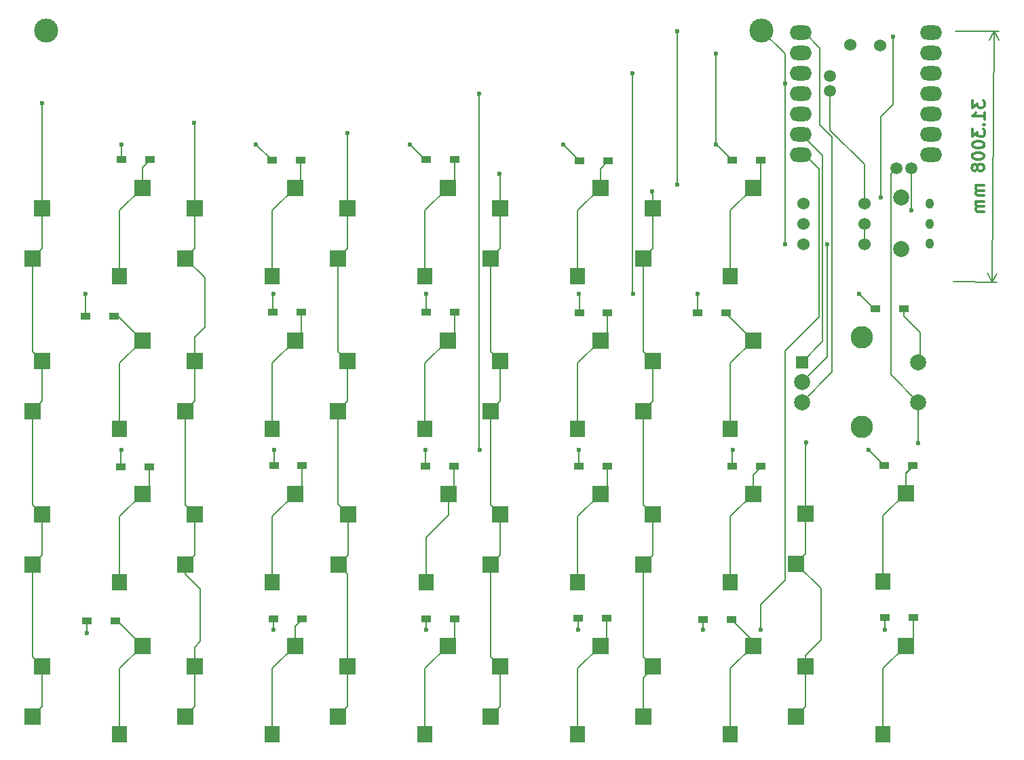
<source format=gbr>
%TF.GenerationSoftware,KiCad,Pcbnew,8.0.7*%
%TF.CreationDate,2025-03-26T10:06:04+09:00*%
%TF.ProjectId,cool642tb_L_v130,636f6f6c-3634-4327-9462-5f4c5f763133,rev?*%
%TF.SameCoordinates,Original*%
%TF.FileFunction,Copper,L2,Bot*%
%TF.FilePolarity,Positive*%
%FSLAX46Y46*%
G04 Gerber Fmt 4.6, Leading zero omitted, Abs format (unit mm)*
G04 Created by KiCad (PCBNEW 8.0.7) date 2025-03-26 10:06:04*
%MOMM*%
%LPD*%
G01*
G04 APERTURE LIST*
%ADD10C,0.300000*%
%TA.AperFunction,NonConductor*%
%ADD11C,0.300000*%
%TD*%
%TA.AperFunction,NonConductor*%
%ADD12C,0.200000*%
%TD*%
%TA.AperFunction,ComponentPad*%
%ADD13O,2.750000X1.800000*%
%TD*%
%TA.AperFunction,ComponentPad*%
%ADD14C,1.500000*%
%TD*%
%TA.AperFunction,ComponentPad*%
%ADD15C,1.524000*%
%TD*%
%TA.AperFunction,ComponentPad*%
%ADD16C,2.000000*%
%TD*%
%TA.AperFunction,SMDPad,CuDef*%
%ADD17R,2.000000X2.000000*%
%TD*%
%TA.AperFunction,SMDPad,CuDef*%
%ADD18R,1.900000X2.000000*%
%TD*%
%TA.AperFunction,SMDPad,CuDef*%
%ADD19R,1.300000X0.950000*%
%TD*%
%TA.AperFunction,ComponentPad*%
%ADD20C,3.000000*%
%TD*%
%TA.AperFunction,ComponentPad*%
%ADD21R,1.500000X1.500000*%
%TD*%
%TA.AperFunction,ComponentPad*%
%ADD22C,2.800000*%
%TD*%
%TA.AperFunction,ComponentPad*%
%ADD23O,1.000000X1.300000*%
%TD*%
%TA.AperFunction,ViaPad*%
%ADD24C,0.600000*%
%TD*%
%TA.AperFunction,Conductor*%
%ADD25C,0.200000*%
%TD*%
G04 APERTURE END LIST*
D10*
D11*
X109200871Y15980624D02*
X109194345Y15052076D01*
X109194345Y15052076D02*
X109769274Y15548047D01*
X109769274Y15548047D02*
X109767768Y15333766D01*
X109767768Y15333766D02*
X109838190Y15190411D01*
X109838190Y15190411D02*
X109909115Y15118482D01*
X109909115Y15118482D02*
X110051467Y15046051D01*
X110051467Y15046051D02*
X110408601Y15043541D01*
X110408601Y15043541D02*
X110551956Y15113964D01*
X110551956Y15113964D02*
X110623885Y15184888D01*
X110623885Y15184888D02*
X110696316Y15327240D01*
X110696316Y15327240D02*
X110699328Y15755801D01*
X110699328Y15755801D02*
X110628906Y15899156D01*
X110628906Y15899156D02*
X110557981Y15971085D01*
X110684267Y13612997D02*
X110690291Y14470119D01*
X110687279Y14041558D02*
X109187316Y14052101D01*
X109187316Y14052101D02*
X109402601Y14193448D01*
X109402601Y14193448D02*
X109546459Y14335298D01*
X109546459Y14335298D02*
X109618889Y14477649D01*
X110536895Y12971160D02*
X110607820Y12899231D01*
X110607820Y12899231D02*
X110679749Y12970156D01*
X110679749Y12970156D02*
X110608824Y13042085D01*
X110608824Y13042085D02*
X110536895Y12971160D01*
X110536895Y12971160D02*
X110679749Y12970156D01*
X109175769Y12409284D02*
X109169243Y11480736D01*
X109169243Y11480736D02*
X109744172Y11976707D01*
X109744172Y11976707D02*
X109742665Y11762427D01*
X109742665Y11762427D02*
X109813088Y11619071D01*
X109813088Y11619071D02*
X109884013Y11547142D01*
X109884013Y11547142D02*
X110026364Y11474711D01*
X110026364Y11474711D02*
X110383499Y11472201D01*
X110383499Y11472201D02*
X110526854Y11542624D01*
X110526854Y11542624D02*
X110598783Y11613549D01*
X110598783Y11613549D02*
X110671214Y11755900D01*
X110671214Y11755900D02*
X110674226Y12184461D01*
X110674226Y12184461D02*
X110603803Y12327817D01*
X110603803Y12327817D02*
X110532879Y12399745D01*
X109162716Y10552188D02*
X109161712Y10409334D01*
X109161712Y10409334D02*
X109232135Y10265978D01*
X109232135Y10265978D02*
X109303060Y10194050D01*
X109303060Y10194050D02*
X109445411Y10121619D01*
X109445411Y10121619D02*
X109730616Y10048184D01*
X109730616Y10048184D02*
X110087750Y10045674D01*
X110087750Y10045674D02*
X110373960Y10115092D01*
X110373960Y10115092D02*
X110517315Y10185515D01*
X110517315Y10185515D02*
X110589244Y10256440D01*
X110589244Y10256440D02*
X110661675Y10398791D01*
X110661675Y10398791D02*
X110662679Y10541645D01*
X110662679Y10541645D02*
X110592256Y10685001D01*
X110592256Y10685001D02*
X110521332Y10756929D01*
X110521332Y10756929D02*
X110378980Y10829360D01*
X110378980Y10829360D02*
X110093775Y10902795D01*
X110093775Y10902795D02*
X109736641Y10905305D01*
X109736641Y10905305D02*
X109450432Y10835887D01*
X109450432Y10835887D02*
X109307076Y10765464D01*
X109307076Y10765464D02*
X109235147Y10694539D01*
X109235147Y10694539D02*
X109162716Y10552188D01*
X109152675Y9123652D02*
X109151671Y8980798D01*
X109151671Y8980798D02*
X109222094Y8837443D01*
X109222094Y8837443D02*
X109293019Y8765514D01*
X109293019Y8765514D02*
X109435370Y8693083D01*
X109435370Y8693083D02*
X109720576Y8619648D01*
X109720576Y8619648D02*
X110077710Y8617138D01*
X110077710Y8617138D02*
X110363919Y8686556D01*
X110363919Y8686556D02*
X110507275Y8756979D01*
X110507275Y8756979D02*
X110579203Y8827904D01*
X110579203Y8827904D02*
X110651634Y8970256D01*
X110651634Y8970256D02*
X110652638Y9113109D01*
X110652638Y9113109D02*
X110582216Y9256465D01*
X110582216Y9256465D02*
X110511291Y9328394D01*
X110511291Y9328394D02*
X110368939Y9400825D01*
X110368939Y9400825D02*
X110083734Y9474260D01*
X110083734Y9474260D02*
X109726600Y9476770D01*
X109726600Y9476770D02*
X109440391Y9407351D01*
X109440391Y9407351D02*
X109297035Y9336928D01*
X109297035Y9336928D02*
X109225106Y9266004D01*
X109225106Y9266004D02*
X109152675Y9123652D01*
X109785978Y7762025D02*
X109715555Y7905380D01*
X109715555Y7905380D02*
X109644630Y7977309D01*
X109644630Y7977309D02*
X109502279Y8049740D01*
X109502279Y8049740D02*
X109430852Y8050242D01*
X109430852Y8050242D02*
X109287496Y7979819D01*
X109287496Y7979819D02*
X109215568Y7908895D01*
X109215568Y7908895D02*
X109143137Y7766543D01*
X109143137Y7766543D02*
X109141128Y7480836D01*
X109141128Y7480836D02*
X109211551Y7337480D01*
X109211551Y7337480D02*
X109282476Y7265551D01*
X109282476Y7265551D02*
X109424828Y7193120D01*
X109424828Y7193120D02*
X109496254Y7192618D01*
X109496254Y7192618D02*
X109639610Y7263041D01*
X109639610Y7263041D02*
X109711539Y7333966D01*
X109711539Y7333966D02*
X109783970Y7476318D01*
X109783970Y7476318D02*
X109785978Y7762025D01*
X109785978Y7762025D02*
X109858409Y7904376D01*
X109858409Y7904376D02*
X109930338Y7975301D01*
X109930338Y7975301D02*
X110073693Y8045724D01*
X110073693Y8045724D02*
X110359401Y8043716D01*
X110359401Y8043716D02*
X110501752Y7971285D01*
X110501752Y7971285D02*
X110572677Y7899356D01*
X110572677Y7899356D02*
X110643100Y7756000D01*
X110643100Y7756000D02*
X110641091Y7470293D01*
X110641091Y7470293D02*
X110568661Y7327941D01*
X110568661Y7327941D02*
X110496732Y7257017D01*
X110496732Y7257017D02*
X110353376Y7186594D01*
X110353376Y7186594D02*
X110067669Y7188602D01*
X110067669Y7188602D02*
X109925317Y7261033D01*
X109925317Y7261033D02*
X109854392Y7332962D01*
X109854392Y7332962D02*
X109783970Y7476318D01*
X110626532Y5398916D02*
X109626557Y5405945D01*
X109769411Y5404941D02*
X109697482Y5334016D01*
X109697482Y5334016D02*
X109625051Y5191664D01*
X109625051Y5191664D02*
X109623545Y4977384D01*
X109623545Y4977384D02*
X109693967Y4834028D01*
X109693967Y4834028D02*
X109836319Y4761597D01*
X109836319Y4761597D02*
X110622014Y4756075D01*
X109836319Y4761597D02*
X109692963Y4691175D01*
X109692963Y4691175D02*
X109620532Y4548823D01*
X109620532Y4548823D02*
X109619026Y4334543D01*
X109619026Y4334543D02*
X109689449Y4191187D01*
X109689449Y4191187D02*
X109831801Y4118756D01*
X109831801Y4118756D02*
X110617496Y4113234D01*
X110612475Y3398966D02*
X109612500Y3405994D01*
X109755353Y3404990D02*
X109683425Y3334065D01*
X109683425Y3334065D02*
X109610994Y3191714D01*
X109610994Y3191714D02*
X109609488Y2977433D01*
X109609488Y2977433D02*
X109679910Y2834078D01*
X109679910Y2834078D02*
X109822262Y2761647D01*
X109822262Y2761647D02*
X110607957Y2756124D01*
X109822262Y2761647D02*
X109678906Y2691224D01*
X109678906Y2691224D02*
X109606475Y2548872D01*
X109606475Y2548872D02*
X109604969Y2334592D01*
X109604969Y2334592D02*
X109675392Y2191236D01*
X109675392Y2191236D02*
X109817743Y2118806D01*
X109817743Y2118806D02*
X110603438Y2113283D01*
D12*
X107029988Y24646486D02*
X112469685Y24608252D01*
X106809988Y-6653514D02*
X112249685Y-6691748D01*
X111883279Y24612373D02*
X111663279Y-6687627D01*
X111883279Y24612373D02*
X111663279Y-6687627D01*
X111883279Y24612373D02*
X112461768Y23481775D01*
X111883279Y24612373D02*
X111288955Y23490019D01*
X111663279Y-6687627D02*
X111084790Y-5557029D01*
X111663279Y-6687627D02*
X112257603Y-5565273D01*
D13*
%TO.P,U1,1,P0.02_A0_D0*%
%TO.N,RE_B*%
X87740000Y24450000D03*
%TO.P,U1,2,P0.03_A1_D1*%
%TO.N,Row0*%
X87740000Y21910000D03*
%TO.P,U1,3,P0.28_A2_D2*%
%TO.N,Row1*%
X87740000Y19370000D03*
%TO.P,U1,4,P0.29_A3_D3*%
%TO.N,Row2*%
X87740000Y16830000D03*
%TO.P,U1,5,P0.04_A4_D4_SDA*%
%TO.N,unconnected-(U1-P0.04_A4_D4_SDA-Pad5)*%
X87740000Y14290000D03*
%TO.P,U1,6,P0.05_A5_D5_SCL*%
%TO.N,RE_A1*%
X87740000Y11750000D03*
%TO.P,U1,7,P1.11_D6_TX*%
%TO.N,Row3*%
X87740000Y9210000D03*
%TO.P,U1,8,P1.12_D7_RX*%
%TO.N,Col3*%
X103980000Y9210000D03*
%TO.P,U1,9,P1.13_D8_SCK*%
%TO.N,Col2*%
X103980000Y11750000D03*
%TO.P,U1,10,P1.14_D9_MISO*%
%TO.N,Col1*%
X103980000Y14290000D03*
%TO.P,U1,11,P1.15_D10_MOSI*%
%TO.N,Col0*%
X103980000Y16830000D03*
%TO.P,U1,12,3V3*%
%TO.N,unconnected-(U1-3V3-Pad12)*%
X103980000Y19370000D03*
%TO.P,U1,13,GND*%
%TO.N,GND*%
X103980000Y21910000D03*
%TO.P,U1,14,5V*%
%TO.N,VCC*%
X103980000Y24450000D03*
D14*
%TO.P,U1,15,NFC1_0.09*%
%TO.N,Col5*%
X99695400Y7518000D03*
%TO.P,U1,16,NFC2_0.10*%
%TO.N,Col4*%
X101575000Y7518000D03*
%TO.P,U1,20,BATT+*%
%TO.N,Bat*%
X91415000Y17147000D03*
%TO.P,U1,21,BATT-*%
%TO.N,GND*%
X91415000Y19052000D03*
D15*
%TO.P,U1,22,RST*%
%TO.N,RST*%
X93980000Y22900000D03*
%TO.P,U1,23,GND*%
%TO.N,GND*%
X97700000Y22840000D03*
%TD*%
D16*
%TO.P,SW25,1,1*%
%TO.N,RST*%
X100270000Y3910000D03*
%TO.P,SW25,2,2*%
%TO.N,GND*%
X100270000Y-2590000D03*
%TD*%
D17*
%TO.P,SW14,1,1*%
%TO.N,Col3*%
X49050000Y-22750000D03*
X50250000Y-16510000D03*
D18*
%TO.P,SW14,2,2*%
%TO.N,Net-(D14-A)*%
X59950000Y-24950000D03*
D17*
X62750000Y-13970000D03*
%TD*%
D19*
%TO.P,D3,1,K*%
%TO.N,Row2*%
X2925000Y-29720000D03*
%TO.P,D3,2,A*%
%TO.N,Net-(D3-A)*%
X6475000Y-29720000D03*
%TD*%
D20*
%TO.P,B1,1,+*%
%TO.N,Net-(B1-+)*%
X-6400000Y24710000D03*
%TO.P,B1,2,-*%
%TO.N,GND*%
X82870000Y24750000D03*
%TD*%
D17*
%TO.P,SW18,1,1*%
%TO.N,Col4*%
X68100000Y-22750000D03*
X69300000Y-16510000D03*
D18*
%TO.P,SW18,2,2*%
%TO.N,Net-(D18-A)*%
X79000000Y-24950000D03*
D17*
X81800000Y-13970000D03*
%TD*%
D19*
%TO.P,D13,1,K*%
%TO.N,Row0*%
X60205000Y8480000D03*
%TO.P,D13,2,A*%
%TO.N,Net-(D13-A)*%
X63755000Y8480000D03*
%TD*%
D15*
%TO.P,U3,1,IN*%
%TO.N,Net-(B1-+)*%
X88090000Y3110000D03*
%TO.P,U3,2,EN*%
%TO.N,Net-(SW24-B)*%
X88090000Y570000D03*
%TO.P,U3,3,GND*%
%TO.N,GND*%
X88090000Y-1970000D03*
%TO.P,U3,4,OUT*%
%TO.N,Bat*%
X95700000Y3130000D03*
%TO.P,U3,5,GND*%
%TO.N,GND*%
X95700000Y570000D03*
X95700000Y-1970000D03*
%TD*%
D17*
%TO.P,SW12,1,1*%
%TO.N,Col2*%
X30000000Y-60850000D03*
X31200000Y-54610000D03*
D18*
%TO.P,SW12,2,2*%
%TO.N,Net-(D12-A)*%
X40900000Y-63050000D03*
D17*
X43700000Y-52070000D03*
%TD*%
%TO.P,SW23,1,1*%
%TO.N,Col5*%
X87150000Y-60850000D03*
X88350000Y-54610000D03*
D18*
%TO.P,SW23,2,2*%
%TO.N,Net-(D23-A)*%
X98050000Y-63050000D03*
D17*
X100850000Y-52070000D03*
%TD*%
D19*
%TO.P,D10,1,K*%
%TO.N,Row1*%
X41035000Y-10420000D03*
%TO.P,D10,2,A*%
%TO.N,Net-(D10-A)*%
X44585000Y-10420000D03*
%TD*%
%TO.P,D19,1,K*%
%TO.N,Row2*%
X79225000Y-29630000D03*
%TO.P,D19,2,A*%
%TO.N,Net-(D19-A)*%
X82775000Y-29630000D03*
%TD*%
%TO.P,D16,1,K*%
%TO.N,Row3*%
X59995000Y-48600000D03*
%TO.P,D16,2,A*%
%TO.N,Net-(D16-A)*%
X63545000Y-48600000D03*
%TD*%
D17*
%TO.P,SW19,1,1*%
%TO.N,Col4*%
X68100000Y-41900000D03*
X69300000Y-35660000D03*
D18*
%TO.P,SW19,2,2*%
%TO.N,Net-(D19-A)*%
X79000000Y-44100000D03*
D17*
X81800000Y-33120000D03*
%TD*%
%TO.P,SW1,1,1*%
%TO.N,Col0*%
X-8100000Y-3700000D03*
X-6900000Y2540000D03*
D18*
%TO.P,SW1,2,2*%
%TO.N,Net-(D1-A)*%
X2800000Y-5900000D03*
D17*
X5600000Y5080000D03*
%TD*%
%TO.P,SW13,1,1*%
%TO.N,Col3*%
X49050000Y-3700000D03*
X50250000Y2540000D03*
D18*
%TO.P,SW13,2,2*%
%TO.N,Net-(D13-A)*%
X59950000Y-5900000D03*
D17*
X62750000Y5080000D03*
%TD*%
D19*
%TO.P,D7,1,K*%
%TO.N,Row2*%
X22025000Y-29570000D03*
%TO.P,D7,2,A*%
%TO.N,Net-(D7-A)*%
X25575000Y-29570000D03*
%TD*%
%TO.P,D21,1,K*%
%TO.N,Row1*%
X97060000Y-10040000D03*
%TO.P,D21,2,A*%
%TO.N,Net-(D21-A)*%
X100610000Y-10040000D03*
%TD*%
D17*
%TO.P,SW10,1,1*%
%TO.N,Col2*%
X30000000Y-22750000D03*
X31200000Y-16510000D03*
D18*
%TO.P,SW10,2,2*%
%TO.N,Net-(D10-A)*%
X40900000Y-24950000D03*
D17*
X43700000Y-13970000D03*
%TD*%
D19*
%TO.P,D14,1,K*%
%TO.N,Row1*%
X60125000Y-10490000D03*
%TO.P,D14,2,A*%
%TO.N,Net-(D14-A)*%
X63675000Y-10490000D03*
%TD*%
%TO.P,D18,1,K*%
%TO.N,Row1*%
X74890000Y-10550000D03*
%TO.P,D18,2,A*%
%TO.N,Net-(D18-A)*%
X78440000Y-10550000D03*
%TD*%
%TO.P,D5,1,K*%
%TO.N,Row0*%
X21805000Y8520000D03*
%TO.P,D5,2,A*%
%TO.N,Net-(D5-A)*%
X25355000Y8520000D03*
%TD*%
D17*
%TO.P,SW9,1,1*%
%TO.N,Col2*%
X30000000Y-3700000D03*
X31200000Y2540000D03*
D18*
%TO.P,SW9,2,2*%
%TO.N,Net-(D9-A)*%
X40900000Y-5900000D03*
D17*
X43700000Y5080000D03*
%TD*%
%TO.P,SW15,1,1*%
%TO.N,Col3*%
X49050000Y-41900000D03*
X50250000Y-35660000D03*
D18*
%TO.P,SW15,2,2*%
%TO.N,Net-(D15-A)*%
X59950000Y-44100000D03*
D17*
X62750000Y-33120000D03*
%TD*%
%TO.P,SW11,1,1*%
%TO.N,Col2*%
X30100000Y-41900000D03*
X31300000Y-35660000D03*
D18*
%TO.P,SW11,2,2*%
%TO.N,Net-(D11-A)*%
X41000000Y-44100000D03*
D17*
X43800000Y-33120000D03*
%TD*%
%TO.P,SW5,1,1*%
%TO.N,Col1*%
X10950000Y-3700000D03*
X12150000Y2540000D03*
D18*
%TO.P,SW5,2,2*%
%TO.N,Net-(D5-A)*%
X21850000Y-5900000D03*
D17*
X24650000Y5080000D03*
%TD*%
D19*
%TO.P,D9,1,K*%
%TO.N,Row0*%
X41045000Y8610000D03*
%TO.P,D9,2,A*%
%TO.N,Net-(D9-A)*%
X44595000Y8610000D03*
%TD*%
%TO.P,D8,1,K*%
%TO.N,Row3*%
X21955000Y-48670000D03*
%TO.P,D8,2,A*%
%TO.N,Net-(D8-A)*%
X25505000Y-48670000D03*
%TD*%
D17*
%TO.P,SW4,1,1*%
%TO.N,Col0*%
X-8100000Y-60850000D03*
X-6900000Y-54610000D03*
D18*
%TO.P,SW4,2,2*%
%TO.N,Net-(D4-A)*%
X2800000Y-63050000D03*
D17*
X5600000Y-52070000D03*
%TD*%
%TO.P,SW17,1,1*%
%TO.N,Col4*%
X68100000Y-3700000D03*
X69300000Y2540000D03*
D18*
%TO.P,SW17,2,2*%
%TO.N,Net-(D17-A)*%
X79000000Y-5900000D03*
D17*
X81800000Y5080000D03*
%TD*%
D19*
%TO.P,D23,1,K*%
%TO.N,Row3*%
X98305000Y-48510000D03*
%TO.P,D23,2,A*%
%TO.N,Net-(D23-A)*%
X101855000Y-48510000D03*
%TD*%
D17*
%TO.P,SW22,1,1*%
%TO.N,Col5*%
X87150000Y-41800000D03*
X88350000Y-35560000D03*
D18*
%TO.P,SW22,2,2*%
%TO.N,Net-(D22-A)*%
X98050000Y-44000000D03*
D17*
X100850000Y-33020000D03*
%TD*%
D19*
%TO.P,D11,1,K*%
%TO.N,Row2*%
X40935000Y-29650000D03*
%TO.P,D11,2,A*%
%TO.N,Net-(D11-A)*%
X44485000Y-29650000D03*
%TD*%
D17*
%TO.P,SW6,1,1*%
%TO.N,Col1*%
X10950000Y-22750000D03*
X12150000Y-16510000D03*
D18*
%TO.P,SW6,2,2*%
%TO.N,Net-(D6-A)*%
X21850000Y-24950000D03*
D17*
X24650000Y-13970000D03*
%TD*%
D21*
%TO.P,SW21,A,A*%
%TO.N,RE_A1*%
X87900000Y-16660000D03*
D16*
%TO.P,SW21,B,B*%
%TO.N,RE_B*%
X87900000Y-21660000D03*
%TO.P,SW21,C,C*%
%TO.N,GND*%
X87900000Y-19160000D03*
D22*
%TO.P,SW21,MP*%
%TO.N,N/C*%
X95400000Y-13560000D03*
X95400000Y-24760000D03*
D16*
%TO.P,SW21,S1*%
X102400000Y-16660000D03*
%TO.P,SW21,S2*%
X102400000Y-21660000D03*
%TD*%
D17*
%TO.P,SW3,1,1*%
%TO.N,Col0*%
X-8100000Y-41900000D03*
X-6900000Y-35660000D03*
D18*
%TO.P,SW3,2,2*%
%TO.N,Net-(D3-A)*%
X2800000Y-44100000D03*
D17*
X5600000Y-33120000D03*
%TD*%
D19*
%TO.P,D6,1,K*%
%TO.N,Row1*%
X21925000Y-10420000D03*
%TO.P,D6,2,A*%
%TO.N,Net-(D6-A)*%
X25475000Y-10420000D03*
%TD*%
D17*
%TO.P,SW2,1,1*%
%TO.N,Col0*%
X-8100000Y-22750000D03*
X-6900000Y-16510000D03*
D18*
%TO.P,SW2,2,2*%
%TO.N,Net-(D2-A)*%
X2800000Y-24950000D03*
D17*
X5600000Y-13970000D03*
%TD*%
%TO.P,SW16,1,1*%
%TO.N,Col3*%
X49050000Y-60850000D03*
X50250000Y-54610000D03*
D18*
%TO.P,SW16,2,2*%
%TO.N,Net-(D16-A)*%
X59950000Y-63050000D03*
D17*
X62750000Y-52070000D03*
%TD*%
D23*
%TO.P,SW24,1,A*%
%TO.N,unconnected-(SW24-A-Pad1)*%
X103840000Y3104000D03*
%TO.P,SW24,2,B*%
%TO.N,Net-(SW24-B)*%
X103840000Y604000D03*
%TO.P,SW24,3,C*%
%TO.N,GND*%
X103840000Y-1896000D03*
%TD*%
D19*
%TO.P,D15,1,K*%
%TO.N,Row2*%
X60075000Y-29620000D03*
%TO.P,D15,2,A*%
%TO.N,Net-(D15-A)*%
X63625000Y-29620000D03*
%TD*%
D17*
%TO.P,SW8,1,1*%
%TO.N,Col1*%
X10950000Y-60850000D03*
X12150000Y-54610000D03*
D18*
%TO.P,SW8,2,2*%
%TO.N,Net-(D8-A)*%
X21850000Y-63050000D03*
D17*
X24650000Y-52070000D03*
%TD*%
D19*
%TO.P,D2,1,K*%
%TO.N,Row1*%
X-1465000Y-10920000D03*
%TO.P,D2,2,A*%
%TO.N,Net-(D2-A)*%
X2085000Y-10920000D03*
%TD*%
%TO.P,D12,1,K*%
%TO.N,Row3*%
X41025000Y-48690000D03*
%TO.P,D12,2,A*%
%TO.N,Net-(D12-A)*%
X44575000Y-48690000D03*
%TD*%
%TO.P,D4,1,K*%
%TO.N,Row3*%
X-1265000Y-48970000D03*
%TO.P,D4,2,A*%
%TO.N,Net-(D4-A)*%
X2285000Y-48970000D03*
%TD*%
%TO.P,D1,1,K*%
%TO.N,Row0*%
X2995000Y8650000D03*
%TO.P,D1,2,A*%
%TO.N,Net-(D1-A)*%
X6545000Y8650000D03*
%TD*%
%TO.P,D17,1,K*%
%TO.N,Row0*%
X79230000Y8510000D03*
%TO.P,D17,2,A*%
%TO.N,Net-(D17-A)*%
X82780000Y8510000D03*
%TD*%
D17*
%TO.P,SW7,1,1*%
%TO.N,Col1*%
X10950000Y-41900000D03*
X12150000Y-35660000D03*
D18*
%TO.P,SW7,2,2*%
%TO.N,Net-(D7-A)*%
X21850000Y-44100000D03*
D17*
X24650000Y-33120000D03*
%TD*%
%TO.P,SW20,1,1*%
%TO.N,Col4*%
X68100000Y-60850000D03*
X69300000Y-54610000D03*
D18*
%TO.P,SW20,2,2*%
%TO.N,Net-(D20-A)*%
X79000000Y-63050000D03*
D17*
X81800000Y-52070000D03*
%TD*%
D19*
%TO.P,D22,1,K*%
%TO.N,Row2*%
X98205000Y-29600000D03*
%TO.P,D22,2,A*%
%TO.N,Net-(D22-A)*%
X101755000Y-29600000D03*
%TD*%
%TO.P,D20,1,K*%
%TO.N,Row3*%
X75575000Y-48810000D03*
%TO.P,D20,2,A*%
%TO.N,Net-(D20-A)*%
X79125000Y-48810000D03*
%TD*%
D24*
%TO.N,RST*%
X97770000Y3880000D03*
X99290000Y23960000D03*
%TO.N,GND*%
X85813500Y18140000D03*
%TO.N,Net-(B1-+)*%
X72330000Y24620000D03*
X72350000Y5450000D03*
%TO.N,GND*%
X91060000Y-1970000D03*
X85840000Y-1990000D03*
%TO.N,Row0*%
X19800000Y10500000D03*
X3000000Y10500000D03*
X39010000Y10500000D03*
X77210000Y10500000D03*
X77140000Y21790000D03*
X58160000Y10500000D03*
%TO.N,Row1*%
X-1480000Y-8140000D03*
X60100000Y-8140000D03*
X22000000Y-8140000D03*
X95020000Y-8140000D03*
X66870000Y-8140000D03*
X74890000Y-8110000D03*
X66800000Y19400000D03*
X41010000Y-8140000D03*
%TO.N,Row2*%
X40940000Y-27590000D03*
X96220000Y-27590000D03*
X60080000Y-27590000D03*
X3000000Y-27590000D03*
X79260000Y-27590000D03*
X22030000Y-27590000D03*
X47740000Y-27590000D03*
X47670000Y16810000D03*
%TO.N,Row3*%
X82750000Y-50040000D03*
X60020000Y-50040000D03*
X22010000Y-50040000D03*
X-1290000Y-50470000D03*
X41040000Y-50040000D03*
X75570000Y-50040000D03*
X98300000Y-50060000D03*
%TO.N,Col0*%
X-6880000Y15660000D03*
%TO.N,Col1*%
X12040000Y13160000D03*
%TO.N,Col2*%
X31170000Y11920000D03*
%TO.N,Col3*%
X50170000Y6870000D03*
%TO.N,Col4*%
X69220000Y4620000D03*
X101600000Y2240000D03*
%TO.N,Col5*%
X88400000Y-26700000D03*
X102400000Y-26770000D03*
%TD*%
D25*
%TO.N,Bat*%
X91415000Y17147000D02*
X91415000Y12280686D01*
X95700000Y7995686D02*
X95700000Y3130000D01*
X91415000Y12280686D02*
X95700000Y7995686D01*
%TO.N,RST*%
X97770000Y13930000D02*
X97770000Y3880000D01*
X99290000Y23960000D02*
X99290000Y15450000D01*
X99290000Y15450000D02*
X97770000Y13930000D01*
%TO.N,GND*%
X85813500Y18140000D02*
X85813500Y21806500D01*
X85813500Y18140000D02*
X85813500Y576500D01*
%TO.N,RE_B*%
X87900000Y-21660000D02*
X91680000Y-17880000D01*
X91680000Y-17880000D02*
X91680000Y11450000D01*
X91680000Y11450000D02*
X90160000Y12970000D01*
X90160000Y12970000D02*
X90160000Y22530000D01*
X90160000Y22530000D02*
X88240000Y24450000D01*
%TO.N,Net-(B1-+)*%
X72350000Y5450000D02*
X72350000Y24600000D01*
X72350000Y24600000D02*
X72330000Y24620000D01*
%TO.N,GND*%
X95700000Y570000D02*
X95700000Y-1970000D01*
X87900000Y-19160000D02*
X91060000Y-16000000D01*
X91060000Y-16000000D02*
X91060000Y-1970000D01*
X85840000Y-1990000D02*
X85840000Y550000D01*
X85840000Y550000D02*
X85820000Y570000D01*
%TO.N,Net-(D1-A)*%
X6545000Y8650000D02*
X6545000Y8535000D01*
X2800000Y2280000D02*
X5600000Y5080000D01*
X5600000Y7590000D02*
X5600000Y5080000D01*
X6545000Y8535000D02*
X5600000Y7590000D01*
X2800000Y-5900000D02*
X2800000Y2280000D01*
%TO.N,Row0*%
X21805000Y8520000D02*
X21780000Y8520000D01*
X41045000Y8610000D02*
X40900000Y8610000D01*
X79230000Y8510000D02*
X77240000Y10500000D01*
X77180000Y21750000D02*
X77140000Y21790000D01*
X2995000Y8650000D02*
X2995000Y10495000D01*
X2995000Y10495000D02*
X3000000Y10500000D01*
X77180000Y10530000D02*
X77210000Y10500000D01*
X40900000Y8610000D02*
X39010000Y10500000D01*
X21780000Y8520000D02*
X19800000Y10500000D01*
X60205000Y8480000D02*
X60180000Y8480000D01*
X77180000Y19140000D02*
X77180000Y21750000D01*
X60180000Y8480000D02*
X58160000Y10500000D01*
X77180000Y19140000D02*
X77180000Y10530000D01*
X77240000Y10500000D02*
X77210000Y10500000D01*
%TO.N,Net-(D2-A)*%
X2800000Y-16770000D02*
X5600000Y-13970000D01*
X2800000Y-24950000D02*
X2800000Y-16770000D01*
X2085000Y-10920000D02*
X2550000Y-10920000D01*
X2550000Y-10920000D02*
X5600000Y-13970000D01*
%TO.N,Row1*%
X41035000Y-10420000D02*
X41035000Y-8165000D01*
X97060000Y-10040000D02*
X96920000Y-10040000D01*
X21925000Y-10420000D02*
X21925000Y-8215000D01*
X66800000Y19400000D02*
X66800000Y-8070000D01*
X60125000Y-10490000D02*
X60125000Y-8165000D01*
X74890000Y-10550000D02*
X74890000Y-8110000D01*
X21925000Y-8215000D02*
X22000000Y-8140000D01*
X-1465000Y-10920000D02*
X-1465000Y-8155000D01*
X-1465000Y-8155000D02*
X-1480000Y-8140000D01*
X60125000Y-8165000D02*
X60100000Y-8140000D01*
X41035000Y-8165000D02*
X41010000Y-8140000D01*
X96920000Y-10040000D02*
X95020000Y-8140000D01*
X66800000Y-8070000D02*
X66870000Y-8140000D01*
%TO.N,Net-(D3-A)*%
X6475000Y-32245000D02*
X5600000Y-33120000D01*
X2800000Y-35920000D02*
X5600000Y-33120000D01*
X6475000Y-29720000D02*
X6475000Y-32245000D01*
X2800000Y-44100000D02*
X2800000Y-35920000D01*
%TO.N,Row2*%
X40935000Y-29650000D02*
X40935000Y-27595000D01*
X98205000Y-29575000D02*
X96220000Y-27590000D01*
X60075000Y-27595000D02*
X60080000Y-27590000D01*
X47650000Y13890000D02*
X47650000Y-27500000D01*
X79225000Y-27625000D02*
X79260000Y-27590000D01*
X47650000Y-27500000D02*
X47740000Y-27590000D01*
X22025000Y-27595000D02*
X22030000Y-27590000D01*
X22025000Y-29570000D02*
X22025000Y-27595000D01*
X47670000Y16810000D02*
X47670000Y13910000D01*
X79225000Y-29630000D02*
X79225000Y-27625000D01*
X60075000Y-29620000D02*
X60075000Y-27595000D01*
X2925000Y-29720000D02*
X2925000Y-27665000D01*
X47670000Y13910000D02*
X47650000Y13890000D01*
X40935000Y-27595000D02*
X40940000Y-27590000D01*
X2925000Y-27665000D02*
X3000000Y-27590000D01*
X98205000Y-29600000D02*
X98205000Y-29575000D01*
%TO.N,Net-(D4-A)*%
X2800000Y-54870000D02*
X5600000Y-52070000D01*
X2800000Y-63050000D02*
X2800000Y-54870000D01*
X2285000Y-48970000D02*
X2500000Y-48970000D01*
X2500000Y-48970000D02*
X5600000Y-52070000D01*
X5600000Y-52070000D02*
X5600000Y-51670000D01*
%TO.N,Row3*%
X21955000Y-49985000D02*
X22010000Y-50040000D01*
X98305000Y-48510000D02*
X98305000Y-50055000D01*
X90050000Y7400000D02*
X90050000Y4420000D01*
X75575000Y-48810000D02*
X75575000Y-50035000D01*
X82750000Y-46934004D02*
X82750000Y-50040000D01*
X85850000Y-43834004D02*
X82750000Y-46934004D01*
X59995000Y-50015000D02*
X60020000Y-50040000D01*
X85850000Y-15260000D02*
X85850000Y-43834004D01*
X41025000Y-50025000D02*
X41040000Y-50040000D01*
X21955000Y-48670000D02*
X21955000Y-49985000D01*
X41025000Y-48690000D02*
X41025000Y-50025000D01*
X88240000Y9210000D02*
X90050000Y7400000D01*
X75575000Y-50035000D02*
X75570000Y-50040000D01*
X98305000Y-50055000D02*
X98300000Y-50060000D01*
X59995000Y-48600000D02*
X59995000Y-50015000D01*
X90050000Y-11060000D02*
X85850000Y-15260000D01*
X-1265000Y-50445000D02*
X-1290000Y-50470000D01*
X90050000Y4420000D02*
X90050000Y-11060000D01*
X-1265000Y-48970000D02*
X-1265000Y-50445000D01*
%TO.N,Net-(D5-A)*%
X24650000Y5080000D02*
X21850000Y2280000D01*
X25355000Y8520000D02*
X25355000Y5785000D01*
X25355000Y5785000D02*
X24650000Y5080000D01*
X21850000Y2280000D02*
X21850000Y-5900000D01*
%TO.N,Net-(D6-A)*%
X25475000Y-13145000D02*
X24650000Y-13970000D01*
X21850000Y-16770000D02*
X24650000Y-13970000D01*
X21850000Y-24950000D02*
X21850000Y-16770000D01*
X25475000Y-10420000D02*
X25475000Y-13145000D01*
%TO.N,Net-(D7-A)*%
X21850000Y-35920000D02*
X24650000Y-33120000D01*
X25575000Y-29570000D02*
X25575000Y-32195000D01*
X21850000Y-44100000D02*
X21850000Y-35920000D01*
X25575000Y-32195000D02*
X24650000Y-33120000D01*
%TO.N,Net-(D8-A)*%
X21850000Y-63050000D02*
X21850000Y-54870000D01*
X21850000Y-54870000D02*
X24650000Y-52070000D01*
X24650000Y-49640000D02*
X24650000Y-52070000D01*
X25505000Y-48670000D02*
X25505000Y-48785000D01*
X25505000Y-48785000D02*
X24650000Y-49640000D01*
%TO.N,Net-(D9-A)*%
X40900000Y2280000D02*
X43700000Y5080000D01*
X44595000Y5975000D02*
X43700000Y5080000D01*
X44595000Y8610000D02*
X44595000Y5975000D01*
X40900000Y-5900000D02*
X40900000Y2280000D01*
%TO.N,Net-(D10-A)*%
X44585000Y-13085000D02*
X43700000Y-13970000D01*
X40900000Y-16770000D02*
X43700000Y-13970000D01*
X44585000Y-10420000D02*
X44585000Y-13085000D01*
X40900000Y-24950000D02*
X40900000Y-16770000D01*
%TO.N,Net-(D11-A)*%
X44485000Y-32435000D02*
X43800000Y-33120000D01*
X41000000Y-38556497D02*
X43800000Y-35756497D01*
X44485000Y-29650000D02*
X44485000Y-32435000D01*
X41000000Y-44100000D02*
X41000000Y-38556497D01*
X43800000Y-35756497D02*
X43800000Y-33120000D01*
%TO.N,Net-(D12-A)*%
X40900000Y-54870000D02*
X43700000Y-52070000D01*
X44575000Y-48690000D02*
X44575000Y-51195000D01*
X44575000Y-51195000D02*
X43700000Y-52070000D01*
X40900000Y-63050000D02*
X40900000Y-54870000D01*
%TO.N,Net-(D13-A)*%
X62750000Y5080000D02*
X62750000Y7475000D01*
X59950000Y2280000D02*
X62750000Y5080000D01*
X62750000Y7475000D02*
X63755000Y8480000D01*
X59950000Y-5900000D02*
X59950000Y2280000D01*
%TO.N,Net-(D14-A)*%
X63675000Y-10490000D02*
X63675000Y-13045000D01*
X59950000Y-16770000D02*
X62750000Y-13970000D01*
X63675000Y-13045000D02*
X62750000Y-13970000D01*
X59950000Y-24950000D02*
X59950000Y-16770000D01*
%TO.N,Net-(D15-A)*%
X59950000Y-44100000D02*
X59950000Y-35920000D01*
X63625000Y-29620000D02*
X63625000Y-32245000D01*
X59950000Y-35920000D02*
X62750000Y-33120000D01*
X63625000Y-32245000D02*
X62750000Y-33120000D01*
%TO.N,Net-(D16-A)*%
X59950000Y-63050000D02*
X59950000Y-54870000D01*
X59950000Y-54870000D02*
X62750000Y-52070000D01*
X63545000Y-48600000D02*
X63545000Y-51275000D01*
X63545000Y-51275000D02*
X62750000Y-52070000D01*
%TO.N,Net-(D17-A)*%
X79000000Y-5900000D02*
X79000000Y2280000D01*
X82780000Y6060000D02*
X81800000Y5080000D01*
X79000000Y2280000D02*
X81800000Y5080000D01*
X82780000Y8510000D02*
X82780000Y6060000D01*
%TO.N,Net-(D18-A)*%
X78440000Y-10550000D02*
X78440000Y-10610000D01*
X79000000Y-16770000D02*
X81800000Y-13970000D01*
X79000000Y-24950000D02*
X79000000Y-16770000D01*
X78440000Y-10610000D02*
X81800000Y-13970000D01*
%TO.N,Net-(D19-A)*%
X82775000Y-29630000D02*
X82775000Y-29795000D01*
X79000000Y-35920000D02*
X81800000Y-33120000D01*
X79000000Y-44100000D02*
X79000000Y-35920000D01*
X82775000Y-29795000D02*
X81800000Y-30770000D01*
X81800000Y-30770000D02*
X81800000Y-33120000D01*
%TO.N,Net-(D20-A)*%
X79000000Y-54870000D02*
X81800000Y-52070000D01*
X81800000Y-51485000D02*
X81800000Y-52070000D01*
X79125000Y-48810000D02*
X81800000Y-51485000D01*
X79000000Y-63050000D02*
X79000000Y-54870000D01*
%TO.N,Net-(D21-A)*%
X100610000Y-10905000D02*
X102645000Y-12940000D01*
X102645000Y-16415000D02*
X102400000Y-16660000D01*
X102645000Y-12940000D02*
X102645000Y-16415000D01*
X100610000Y-10040000D02*
X100610000Y-10905000D01*
%TO.N,Col0*%
X-6900000Y-54610000D02*
X-6900000Y-59650000D01*
X-8100000Y-53410000D02*
X-6900000Y-54610000D01*
X-6900000Y-40700000D02*
X-8100000Y-41900000D01*
X-6900000Y2540000D02*
X-6900000Y15640000D01*
X-6900000Y-59650000D02*
X-8100000Y-60850000D01*
X-6900000Y-2500000D02*
X-8100000Y-3700000D01*
X-8100000Y-3700000D02*
X-8100000Y-15310000D01*
X-8100000Y-41900000D02*
X-8100000Y-53410000D01*
X-6900000Y15640000D02*
X-6880000Y15660000D01*
X-8100000Y-34460000D02*
X-6900000Y-35660000D01*
X-6900000Y2540000D02*
X-6900000Y-2500000D01*
X-8100000Y-15310000D02*
X-6900000Y-16510000D01*
X-6900000Y-16510000D02*
X-6900000Y-21550000D01*
X-6900000Y-21550000D02*
X-8100000Y-22750000D01*
X-8100000Y-22750000D02*
X-8100000Y-34460000D01*
X-6900000Y-35660000D02*
X-6900000Y-40700000D01*
%TO.N,Col1*%
X12150000Y-35660000D02*
X12150000Y-40700000D01*
X12150000Y-40700000D02*
X10950000Y-41900000D01*
X10950000Y-34460000D02*
X12150000Y-35660000D01*
X13400000Y-12290000D02*
X12150000Y-13540000D01*
X12150000Y13050000D02*
X12150000Y2540000D01*
X12150000Y-52220000D02*
X12150000Y-54610000D01*
X12150000Y-16510000D02*
X12150000Y-21550000D01*
X13400000Y-6150000D02*
X13400000Y-12290000D01*
X10950000Y-41900000D02*
X10950000Y-43090000D01*
X10950000Y-22750000D02*
X10950000Y-34460000D01*
X12150000Y-54610000D02*
X12150000Y-59650000D01*
X12840000Y-45100000D02*
X12840000Y-51530000D01*
X12820000Y-44960000D02*
X12820000Y-45080000D01*
X12150000Y-2500000D02*
X10950000Y-3700000D01*
X10950000Y-3700000D02*
X13400000Y-6150000D01*
X12150000Y2540000D02*
X12150000Y-2500000D01*
X12820000Y-45080000D02*
X12840000Y-45100000D01*
X12150000Y-21550000D02*
X10950000Y-22750000D01*
X12040000Y13160000D02*
X12150000Y13050000D01*
X12840000Y-51530000D02*
X12150000Y-52220000D01*
X12150000Y-59650000D02*
X10950000Y-60850000D01*
X10950000Y-43090000D02*
X12820000Y-44960000D01*
X12150000Y-13540000D02*
X12150000Y-16510000D01*
%TO.N,Col2*%
X30000000Y-34360000D02*
X31300000Y-35660000D01*
X31200000Y-43110000D02*
X31200000Y-54610000D01*
X31200000Y11560000D02*
X31200000Y2540000D01*
X30000000Y-22750000D02*
X30000000Y-34360000D01*
X31200000Y-54610000D02*
X31200000Y-59650000D01*
X30000000Y-3700000D02*
X30000000Y-15310000D01*
X31200000Y-21550000D02*
X30000000Y-22750000D01*
X31170000Y11590000D02*
X31200000Y11560000D01*
X31200000Y-2500000D02*
X30000000Y-3700000D01*
X30100000Y-41900000D02*
X30100000Y-42010000D01*
X31300000Y-40700000D02*
X30100000Y-41900000D01*
X31170000Y11920000D02*
X31170000Y11590000D01*
X31200000Y-59650000D02*
X30000000Y-60850000D01*
X30100000Y-42010000D02*
X31200000Y-43110000D01*
X31200000Y-16510000D02*
X31200000Y-21550000D01*
X31300000Y-35660000D02*
X31300000Y-40700000D01*
X30000000Y-15310000D02*
X31200000Y-16510000D01*
X31200000Y2540000D02*
X31200000Y-2500000D01*
%TO.N,Col3*%
X50170000Y6870000D02*
X50170000Y6550000D01*
X49050000Y-53410000D02*
X50250000Y-54610000D01*
X50250000Y-21550000D02*
X49050000Y-22750000D01*
X50250000Y-54610000D02*
X50250000Y-59650000D01*
X49050000Y-41900000D02*
X49050000Y-53410000D01*
X50250000Y2540000D02*
X50250000Y-2500000D01*
X49050000Y-15310000D02*
X50250000Y-16510000D01*
X50250000Y6470000D02*
X50250000Y2540000D01*
X50250000Y-16510000D02*
X50250000Y-21550000D01*
X50250000Y-35660000D02*
X50250000Y-40700000D01*
X50250000Y-40700000D02*
X49050000Y-41900000D01*
X49050000Y-3700000D02*
X49050000Y-15310000D01*
X50250000Y-2500000D02*
X49050000Y-3700000D01*
X49050000Y-22750000D02*
X49050000Y-34460000D01*
X49050000Y-34460000D02*
X50250000Y-35660000D01*
X50250000Y-59650000D02*
X49050000Y-60850000D01*
X50170000Y6550000D02*
X50250000Y6470000D01*
%TO.N,Col4*%
X69300000Y-21550000D02*
X68100000Y-22750000D01*
X69300000Y-54850000D02*
X68100000Y-56050000D01*
X68100000Y-22750000D02*
X68100000Y-34460000D01*
X69300000Y-35660000D02*
X69300000Y-40700000D01*
X101575000Y7518000D02*
X101575000Y2265000D01*
X68100000Y-3700000D02*
X68100000Y-15310000D01*
X69300000Y-2500000D02*
X68100000Y-3700000D01*
X101575000Y2265000D02*
X101600000Y2240000D01*
X69220000Y4620000D02*
X69220000Y4300000D01*
X69300000Y-54610000D02*
X69300000Y-54850000D01*
X68100000Y-41900000D02*
X68100000Y-53410000D01*
X69220000Y4300000D02*
X69300000Y4220000D01*
X69300000Y-40700000D02*
X68100000Y-41900000D01*
X68100000Y-56050000D02*
X68100000Y-60850000D01*
X69300000Y2540000D02*
X69300000Y-2500000D01*
X68100000Y-15310000D02*
X69300000Y-16510000D01*
X69300000Y4220000D02*
X69300000Y2540000D01*
X68100000Y-34460000D02*
X69300000Y-35660000D01*
X68100000Y-53410000D02*
X69300000Y-54610000D01*
X69300000Y-16510000D02*
X69300000Y-21550000D01*
%TO.N,Col5*%
X88350000Y-40600000D02*
X87150000Y-41800000D01*
X88350000Y-53280000D02*
X88350000Y-54610000D01*
X102400000Y-21660000D02*
X102400000Y-26770000D01*
X88350000Y-27070000D02*
X88350000Y-35560000D01*
X87150000Y-41800000D02*
X87180000Y-41800000D01*
X98995400Y-18255400D02*
X98995400Y6818000D01*
X88350000Y-35560000D02*
X88350000Y-35290000D01*
X90270000Y-44900000D02*
X90270000Y-51360000D01*
X87180000Y-41800000D02*
X87180000Y-41810000D01*
X88400000Y-27020000D02*
X88350000Y-27070000D01*
X87180000Y-41810000D02*
X90270000Y-44900000D01*
X88350000Y-35560000D02*
X88350000Y-40600000D01*
X98995400Y6818000D02*
X99695400Y7518000D01*
X88350000Y-54610000D02*
X88350000Y-59650000D01*
X90270000Y-51360000D02*
X88350000Y-53280000D01*
X102400000Y-21660000D02*
X98995400Y-18255400D01*
X88400000Y-26700000D02*
X88400000Y-27020000D01*
X88350000Y-59650000D02*
X87150000Y-60850000D01*
%TO.N,Net-(D22-A)*%
X98050000Y-44000000D02*
X98050000Y-35820000D01*
X100850000Y-30505000D02*
X101755000Y-29600000D01*
X101755000Y-29600000D02*
X101755000Y-29715000D01*
X100850000Y-33020000D02*
X100850000Y-30505000D01*
X98050000Y-35820000D02*
X100850000Y-33020000D01*
X101755000Y-29715000D02*
X100850000Y-30620000D01*
%TO.N,GND*%
X87900000Y-19160000D02*
X87900000Y-18655836D01*
X85813500Y576500D02*
X85820000Y570000D01*
%TO.N,Net-(D23-A)*%
X98050000Y-63050000D02*
X98050000Y-54870000D01*
X101855000Y-48510000D02*
X101855000Y-51065000D01*
X101855000Y-51065000D02*
X100850000Y-52070000D01*
X98050000Y-54870000D02*
X100850000Y-52070000D01*
%TO.N,RE_A1*%
X90450000Y9090000D02*
X88240000Y11300000D01*
X88240000Y11300000D02*
X88240000Y11750000D01*
X90450000Y-14110000D02*
X87900000Y-16660000D01*
X90450000Y9090000D02*
X90450000Y-14110000D01*
%TO.N,GND*%
X85813500Y21806500D02*
X82870000Y24750000D01*
%TD*%
M02*

</source>
